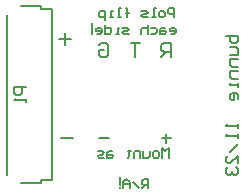
<source format=gbo>
G04*
G04 #@! TF.GenerationSoftware,Altium Limited,Altium Designer,23.10.1 (27)*
G04*
G04 Layer_Color=32896*
%FSLAX25Y25*%
%MOIN*%
G70*
G04*
G04 #@! TF.SameCoordinates,C1A9210B-CA7C-4178-8FF3-1732785E61EF*
G04*
G04*
G04 #@! TF.FilePolarity,Positive*
G04*
G01*
G75*
%ADD10C,0.00787*%
%ADD11C,0.00591*%
D10*
X-31201Y-28543D02*
X-29724D01*
X-31201Y-29528D02*
Y-28543D01*
Y28543D02*
X-29724D01*
X-31201D02*
Y29528D01*
X-29724Y28543D02*
X-27657D01*
X-38091Y29528D02*
X-31201D01*
X-29724Y-28543D02*
X-27657D01*
X-38091Y-29528D02*
X-31201D01*
X-27657Y-28543D02*
Y28543D01*
X-42618Y-26673D02*
Y26673D01*
X13189Y25754D02*
Y28903D01*
X11615D01*
X11090Y28378D01*
Y27329D01*
X11615Y26804D01*
X13189D01*
X9516Y25754D02*
X8466D01*
X7941Y26279D01*
Y27329D01*
X8466Y27853D01*
X9516D01*
X10040Y27329D01*
Y26279D01*
X9516Y25754D01*
X6892D02*
X5842D01*
X6367D01*
Y28903D01*
X6892D01*
X4268Y25754D02*
X2694D01*
X2169Y26279D01*
X2694Y26804D01*
X3743D01*
X4268Y27329D01*
X3743Y27853D01*
X2169D01*
X-2554Y25754D02*
Y28378D01*
Y27329D01*
X-2029D01*
X-3079D01*
X-2554D01*
Y28378D01*
X-3079Y28903D01*
X-4653Y25754D02*
X-5703D01*
X-5178D01*
Y28903D01*
X-4653D01*
X-7277Y25754D02*
X-8326D01*
X-7802D01*
Y27853D01*
X-7277D01*
X-9901Y24705D02*
Y27853D01*
X-11475D01*
X-12000Y27329D01*
Y26279D01*
X-11475Y25754D01*
X-9901D01*
X12107Y20177D02*
X13156D01*
X13681Y20702D01*
Y21752D01*
X13156Y22276D01*
X12107D01*
X11582Y21752D01*
Y21227D01*
X13681D01*
X10008Y22276D02*
X8958D01*
X8433Y21752D01*
Y20177D01*
X10008D01*
X10532Y20702D01*
X10008Y21227D01*
X8433D01*
X5285Y22276D02*
X6859D01*
X7384Y21752D01*
Y20702D01*
X6859Y20177D01*
X5285D01*
X4235Y23326D02*
Y20177D01*
Y21752D01*
X3711Y22276D01*
X2661D01*
X2136Y21752D01*
Y20177D01*
X-2062D02*
X-3636D01*
X-4161Y20702D01*
X-3636Y21227D01*
X-2587D01*
X-2062Y21752D01*
X-2587Y22276D01*
X-4161D01*
X-5210Y20177D02*
X-6260D01*
X-5735D01*
Y22276D01*
X-5210D01*
X-9933Y23326D02*
Y20177D01*
X-8359D01*
X-7834Y20702D01*
Y21752D01*
X-8359Y22276D01*
X-9933D01*
X-12557Y20177D02*
X-11508D01*
X-10983Y20702D01*
Y21752D01*
X-11508Y22276D01*
X-12557D01*
X-13082Y21752D01*
Y21227D01*
X-10983D01*
X-14131D02*
Y23851D01*
Y20702D02*
Y20177D01*
X-25197Y18602D02*
X-21261D01*
X-23229Y20570D02*
Y16634D01*
X-24508Y-14567D02*
X-20572D01*
X30316Y19685D02*
X34252D01*
Y17717D01*
X33596Y17061D01*
X32940D01*
X32284D01*
X31628Y17717D01*
Y19685D01*
Y15749D02*
X33596D01*
X34252Y15093D01*
Y13126D01*
X31628D01*
X34252Y11814D02*
X31628D01*
Y9846D01*
X32284Y9190D01*
X34252D01*
Y7878D02*
X31628D01*
Y5910D01*
X32284Y5254D01*
X34252D01*
Y3942D02*
Y2630D01*
Y3286D01*
X31628D01*
Y3942D01*
X34252Y-1306D02*
Y6D01*
X33596Y662D01*
X32284D01*
X31628Y6D01*
Y-1306D01*
X32284Y-1962D01*
X32940D01*
Y662D01*
X34252Y-9843D02*
Y-11154D01*
Y-10498D01*
X30316D01*
X30972Y-9843D01*
X34252Y-13122D02*
Y-14434D01*
Y-13778D01*
X30316D01*
X30972Y-13122D01*
X34252Y-16402D02*
X31628Y-19026D01*
X34252Y-22962D02*
Y-20338D01*
X31628Y-22962D01*
X30972D01*
X30316Y-22306D01*
Y-20994D01*
X30972Y-20338D01*
Y-24274D02*
X30316Y-24929D01*
Y-26241D01*
X30972Y-26897D01*
X31628D01*
X32284Y-26241D01*
Y-25585D01*
Y-26241D01*
X32940Y-26897D01*
X33596D01*
X34252Y-26241D01*
Y-24929D01*
X33596Y-24274D01*
X-8661Y-14567D02*
X-11810D01*
X12106Y-14567D02*
X8958D01*
X10532Y-12993D02*
Y-16142D01*
X-12007Y16436D02*
X-11220Y17223D01*
X-9645D01*
X-8858Y16436D01*
Y13287D01*
X-9645Y12500D01*
X-11220D01*
X-12007Y13287D01*
Y14861D01*
X-10433D01*
X1772Y17223D02*
X-1377D01*
X197D01*
Y12500D01*
X12008D02*
Y17223D01*
X9646D01*
X8859Y16436D01*
Y14861D01*
X9646Y14074D01*
X12008D01*
X10434D02*
X8859Y12500D01*
X-36221Y2624D02*
X-40157D01*
Y656D01*
X-39501Y-0D01*
X-38189D01*
X-37533Y656D01*
Y2624D01*
X-36221Y-1312D02*
Y-2624D01*
Y-1968D01*
X-40157D01*
X-39501Y-1312D01*
D11*
X4528Y-31299D02*
Y-28151D01*
X2953D01*
X2428Y-28675D01*
Y-29725D01*
X2953Y-30250D01*
X4528D01*
X3478D02*
X2428Y-31299D01*
X1379D02*
X-720Y-29200D01*
X-1770Y-31299D02*
Y-29200D01*
X-2819Y-28151D01*
X-3869Y-29200D01*
Y-31299D01*
Y-29725D01*
X-1770D01*
X-4918Y-30250D02*
Y-27626D01*
Y-30775D02*
Y-31299D01*
X11220Y-21063D02*
Y-17914D01*
X10171Y-18964D01*
X9121Y-17914D01*
Y-21063D01*
X7547D02*
X6498D01*
X5973Y-20538D01*
Y-19489D01*
X6498Y-18964D01*
X7547D01*
X8072Y-19489D01*
Y-20538D01*
X7547Y-21063D01*
X4923Y-18964D02*
Y-20538D01*
X4399Y-21063D01*
X2824D01*
Y-18964D01*
X1775Y-21063D02*
Y-18964D01*
X200D01*
X-324Y-19489D01*
Y-21063D01*
X-1899Y-18439D02*
Y-18964D01*
X-1374D01*
X-2423D01*
X-1899D01*
Y-20538D01*
X-2423Y-21063D01*
X-7671Y-18964D02*
X-8721D01*
X-9245Y-19489D01*
Y-21063D01*
X-7671D01*
X-7146Y-20538D01*
X-7671Y-20013D01*
X-9245D01*
X-10295Y-21063D02*
X-11869D01*
X-12394Y-20538D01*
X-11869Y-20013D01*
X-10820D01*
X-10295Y-19489D01*
X-10820Y-18964D01*
X-12394D01*
M02*

</source>
